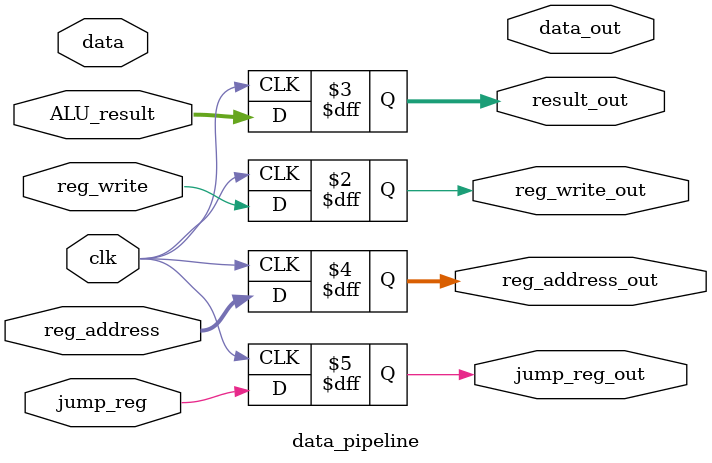
<source format=v>
module data_pipeline(

	input clk,
	input reg_write,
	input [31:0] data,
	input [31:0] ALU_result,
	input [4:0] reg_address,
	input jump_reg,
	
	
	output reg reg_write_out,
	output reg [31:0] data_out,
	output reg [31:0] result_out,
	output reg [4:0] reg_address_out,
	output reg jump_reg_out
	
	
);

always @(posedge clk) begin
	//data_out <= data;
	result_out <= ALU_result;
	reg_write_out <= reg_write;
	reg_address_out <= reg_address;
	jump_reg_out <= jump_reg;
end

endmodule 
</source>
